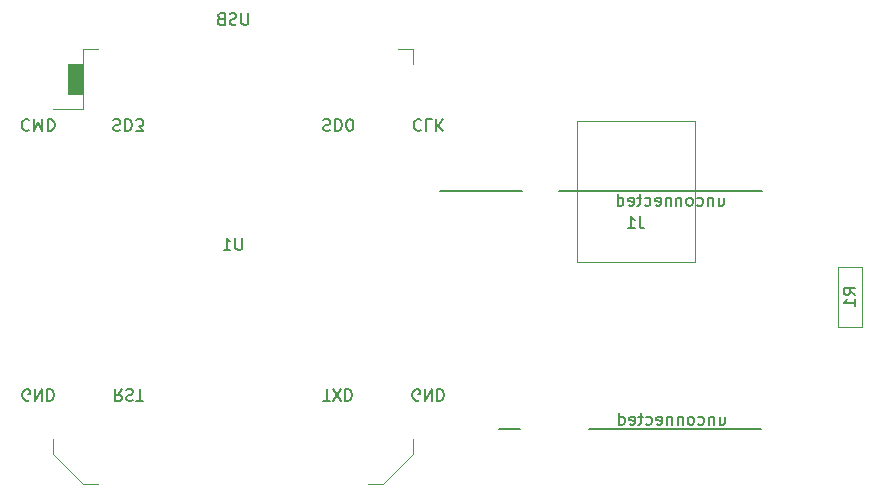
<source format=gbo>
%TF.GenerationSoftware,KiCad,Pcbnew,(6.0.0)*%
%TF.CreationDate,2022-12-18T15:17:50+01:00*%
%TF.ProjectId,Interconnect PCB,496e7465-7263-46f6-9e6e-656374205043,rev?*%
%TF.SameCoordinates,Original*%
%TF.FileFunction,Legend,Bot*%
%TF.FilePolarity,Positive*%
%FSLAX46Y46*%
G04 Gerber Fmt 4.6, Leading zero omitted, Abs format (unit mm)*
G04 Created by KiCad (PCBNEW (6.0.0)) date 2022-12-18 15:17:50*
%MOMM*%
%LPD*%
G01*
G04 APERTURE LIST*
%ADD10C,0.150000*%
%ADD11C,0.120000*%
%ADD12C,0.100000*%
G04 APERTURE END LIST*
D10*
X164541200Y-115000000D02*
X181762400Y-115000000D01*
X161442400Y-115000000D02*
X158038800Y-115000000D01*
X159537400Y-135128000D02*
X161315400Y-135128000D01*
X154533600Y-114960400D02*
X161442400Y-114960400D01*
X181711600Y-135128000D02*
X167132000Y-135128000D01*
X178088419Y-115558914D02*
X178088419Y-116225580D01*
X178516990Y-115558914D02*
X178516990Y-116082723D01*
X178469371Y-116177961D01*
X178374133Y-116225580D01*
X178231276Y-116225580D01*
X178136038Y-116177961D01*
X178088419Y-116130342D01*
X177612228Y-115558914D02*
X177612228Y-116225580D01*
X177612228Y-115654152D02*
X177564609Y-115606533D01*
X177469371Y-115558914D01*
X177326514Y-115558914D01*
X177231276Y-115606533D01*
X177183657Y-115701771D01*
X177183657Y-116225580D01*
X176278895Y-116177961D02*
X176374133Y-116225580D01*
X176564609Y-116225580D01*
X176659847Y-116177961D01*
X176707466Y-116130342D01*
X176755085Y-116035104D01*
X176755085Y-115749390D01*
X176707466Y-115654152D01*
X176659847Y-115606533D01*
X176564609Y-115558914D01*
X176374133Y-115558914D01*
X176278895Y-115606533D01*
X175707466Y-116225580D02*
X175802704Y-116177961D01*
X175850323Y-116130342D01*
X175897942Y-116035104D01*
X175897942Y-115749390D01*
X175850323Y-115654152D01*
X175802704Y-115606533D01*
X175707466Y-115558914D01*
X175564609Y-115558914D01*
X175469371Y-115606533D01*
X175421752Y-115654152D01*
X175374133Y-115749390D01*
X175374133Y-116035104D01*
X175421752Y-116130342D01*
X175469371Y-116177961D01*
X175564609Y-116225580D01*
X175707466Y-116225580D01*
X174945561Y-115558914D02*
X174945561Y-116225580D01*
X174945561Y-115654152D02*
X174897942Y-115606533D01*
X174802704Y-115558914D01*
X174659847Y-115558914D01*
X174564609Y-115606533D01*
X174516990Y-115701771D01*
X174516990Y-116225580D01*
X174040800Y-115558914D02*
X174040800Y-116225580D01*
X174040800Y-115654152D02*
X173993180Y-115606533D01*
X173897942Y-115558914D01*
X173755085Y-115558914D01*
X173659847Y-115606533D01*
X173612228Y-115701771D01*
X173612228Y-116225580D01*
X172755085Y-116177961D02*
X172850323Y-116225580D01*
X173040800Y-116225580D01*
X173136038Y-116177961D01*
X173183657Y-116082723D01*
X173183657Y-115701771D01*
X173136038Y-115606533D01*
X173040800Y-115558914D01*
X172850323Y-115558914D01*
X172755085Y-115606533D01*
X172707466Y-115701771D01*
X172707466Y-115797009D01*
X173183657Y-115892247D01*
X171850323Y-116177961D02*
X171945561Y-116225580D01*
X172136038Y-116225580D01*
X172231276Y-116177961D01*
X172278895Y-116130342D01*
X172326514Y-116035104D01*
X172326514Y-115749390D01*
X172278895Y-115654152D01*
X172231276Y-115606533D01*
X172136038Y-115558914D01*
X171945561Y-115558914D01*
X171850323Y-115606533D01*
X171564609Y-115558914D02*
X171183657Y-115558914D01*
X171421752Y-115225580D02*
X171421752Y-116082723D01*
X171374133Y-116177961D01*
X171278895Y-116225580D01*
X171183657Y-116225580D01*
X170469371Y-116177961D02*
X170564609Y-116225580D01*
X170755085Y-116225580D01*
X170850323Y-116177961D01*
X170897942Y-116082723D01*
X170897942Y-115701771D01*
X170850323Y-115606533D01*
X170755085Y-115558914D01*
X170564609Y-115558914D01*
X170469371Y-115606533D01*
X170421752Y-115701771D01*
X170421752Y-115797009D01*
X170897942Y-115892247D01*
X169564609Y-116225580D02*
X169564609Y-115225580D01*
X169564609Y-116177961D02*
X169659847Y-116225580D01*
X169850323Y-116225580D01*
X169945561Y-116177961D01*
X169993180Y-116130342D01*
X170040800Y-116035104D01*
X170040800Y-115749390D01*
X169993180Y-115654152D01*
X169945561Y-115606533D01*
X169850323Y-115558914D01*
X169659847Y-115558914D01*
X169564609Y-115606533D01*
X178190019Y-134100914D02*
X178190019Y-134767580D01*
X178618590Y-134100914D02*
X178618590Y-134624723D01*
X178570971Y-134719961D01*
X178475733Y-134767580D01*
X178332876Y-134767580D01*
X178237638Y-134719961D01*
X178190019Y-134672342D01*
X177713828Y-134100914D02*
X177713828Y-134767580D01*
X177713828Y-134196152D02*
X177666209Y-134148533D01*
X177570971Y-134100914D01*
X177428114Y-134100914D01*
X177332876Y-134148533D01*
X177285257Y-134243771D01*
X177285257Y-134767580D01*
X176380495Y-134719961D02*
X176475733Y-134767580D01*
X176666209Y-134767580D01*
X176761447Y-134719961D01*
X176809066Y-134672342D01*
X176856685Y-134577104D01*
X176856685Y-134291390D01*
X176809066Y-134196152D01*
X176761447Y-134148533D01*
X176666209Y-134100914D01*
X176475733Y-134100914D01*
X176380495Y-134148533D01*
X175809066Y-134767580D02*
X175904304Y-134719961D01*
X175951923Y-134672342D01*
X175999542Y-134577104D01*
X175999542Y-134291390D01*
X175951923Y-134196152D01*
X175904304Y-134148533D01*
X175809066Y-134100914D01*
X175666209Y-134100914D01*
X175570971Y-134148533D01*
X175523352Y-134196152D01*
X175475733Y-134291390D01*
X175475733Y-134577104D01*
X175523352Y-134672342D01*
X175570971Y-134719961D01*
X175666209Y-134767580D01*
X175809066Y-134767580D01*
X175047161Y-134100914D02*
X175047161Y-134767580D01*
X175047161Y-134196152D02*
X174999542Y-134148533D01*
X174904304Y-134100914D01*
X174761447Y-134100914D01*
X174666209Y-134148533D01*
X174618590Y-134243771D01*
X174618590Y-134767580D01*
X174142400Y-134100914D02*
X174142400Y-134767580D01*
X174142400Y-134196152D02*
X174094780Y-134148533D01*
X173999542Y-134100914D01*
X173856685Y-134100914D01*
X173761447Y-134148533D01*
X173713828Y-134243771D01*
X173713828Y-134767580D01*
X172856685Y-134719961D02*
X172951923Y-134767580D01*
X173142400Y-134767580D01*
X173237638Y-134719961D01*
X173285257Y-134624723D01*
X173285257Y-134243771D01*
X173237638Y-134148533D01*
X173142400Y-134100914D01*
X172951923Y-134100914D01*
X172856685Y-134148533D01*
X172809066Y-134243771D01*
X172809066Y-134339009D01*
X173285257Y-134434247D01*
X171951923Y-134719961D02*
X172047161Y-134767580D01*
X172237638Y-134767580D01*
X172332876Y-134719961D01*
X172380495Y-134672342D01*
X172428114Y-134577104D01*
X172428114Y-134291390D01*
X172380495Y-134196152D01*
X172332876Y-134148533D01*
X172237638Y-134100914D01*
X172047161Y-134100914D01*
X171951923Y-134148533D01*
X171666209Y-134100914D02*
X171285257Y-134100914D01*
X171523352Y-133767580D02*
X171523352Y-134624723D01*
X171475733Y-134719961D01*
X171380495Y-134767580D01*
X171285257Y-134767580D01*
X170570971Y-134719961D02*
X170666209Y-134767580D01*
X170856685Y-134767580D01*
X170951923Y-134719961D01*
X170999542Y-134624723D01*
X170999542Y-134243771D01*
X170951923Y-134148533D01*
X170856685Y-134100914D01*
X170666209Y-134100914D01*
X170570971Y-134148533D01*
X170523352Y-134243771D01*
X170523352Y-134339009D01*
X170999542Y-134434247D01*
X169666209Y-134767580D02*
X169666209Y-133767580D01*
X169666209Y-134719961D02*
X169761447Y-134767580D01*
X169951923Y-134767580D01*
X170047161Y-134719961D01*
X170094780Y-134672342D01*
X170142400Y-134577104D01*
X170142400Y-134291390D01*
X170094780Y-134196152D01*
X170047161Y-134148533D01*
X169951923Y-134100914D01*
X169761447Y-134100914D01*
X169666209Y-134148533D01*
%TO.C,R1*%
X189682380Y-123785333D02*
X189206190Y-123452000D01*
X189682380Y-123213904D02*
X188682380Y-123213904D01*
X188682380Y-123594857D01*
X188730000Y-123690095D01*
X188777619Y-123737714D01*
X188872857Y-123785333D01*
X189015714Y-123785333D01*
X189110952Y-123737714D01*
X189158571Y-123690095D01*
X189206190Y-123594857D01*
X189206190Y-123213904D01*
X189682380Y-124737714D02*
X189682380Y-124166285D01*
X189682380Y-124452000D02*
X188682380Y-124452000D01*
X188825238Y-124356761D01*
X188920476Y-124261523D01*
X188968095Y-124166285D01*
%TO.C,U1*%
X137761904Y-118962380D02*
X137761904Y-119771904D01*
X137714285Y-119867142D01*
X137666666Y-119914761D01*
X137571428Y-119962380D01*
X137380952Y-119962380D01*
X137285714Y-119914761D01*
X137238095Y-119867142D01*
X137190476Y-119771904D01*
X137190476Y-118962380D01*
X136190476Y-119962380D02*
X136761904Y-119962380D01*
X136476190Y-119962380D02*
X136476190Y-118962380D01*
X136571428Y-119105238D01*
X136666666Y-119200476D01*
X136761904Y-119248095D01*
X144628095Y-132757619D02*
X145199523Y-132757619D01*
X144913809Y-131757619D02*
X144913809Y-132757619D01*
X145437619Y-132757619D02*
X146104285Y-131757619D01*
X146104285Y-132757619D02*
X145437619Y-131757619D01*
X146485238Y-131757619D02*
X146485238Y-132757619D01*
X146723333Y-132757619D01*
X146866190Y-132710000D01*
X146961428Y-132614761D01*
X147009047Y-132519523D01*
X147056666Y-132329047D01*
X147056666Y-132186190D01*
X147009047Y-131995714D01*
X146961428Y-131900476D01*
X146866190Y-131805238D01*
X146723333Y-131757619D01*
X146485238Y-131757619D01*
X126848095Y-108945238D02*
X126990952Y-108897619D01*
X127229047Y-108897619D01*
X127324285Y-108945238D01*
X127371904Y-108992857D01*
X127419523Y-109088095D01*
X127419523Y-109183333D01*
X127371904Y-109278571D01*
X127324285Y-109326190D01*
X127229047Y-109373809D01*
X127038571Y-109421428D01*
X126943333Y-109469047D01*
X126895714Y-109516666D01*
X126848095Y-109611904D01*
X126848095Y-109707142D01*
X126895714Y-109802380D01*
X126943333Y-109850000D01*
X127038571Y-109897619D01*
X127276666Y-109897619D01*
X127419523Y-109850000D01*
X127848095Y-108897619D02*
X127848095Y-109897619D01*
X128086190Y-109897619D01*
X128229047Y-109850000D01*
X128324285Y-109754761D01*
X128371904Y-109659523D01*
X128419523Y-109469047D01*
X128419523Y-109326190D01*
X128371904Y-109135714D01*
X128324285Y-109040476D01*
X128229047Y-108945238D01*
X128086190Y-108897619D01*
X127848095Y-108897619D01*
X128752857Y-109897619D02*
X129371904Y-109897619D01*
X129038571Y-109516666D01*
X129181428Y-109516666D01*
X129276666Y-109469047D01*
X129324285Y-109421428D01*
X129371904Y-109326190D01*
X129371904Y-109088095D01*
X129324285Y-108992857D01*
X129276666Y-108945238D01*
X129181428Y-108897619D01*
X128895714Y-108897619D01*
X128800476Y-108945238D01*
X128752857Y-108992857D01*
X127562380Y-131757619D02*
X127229047Y-132233809D01*
X126990952Y-131757619D02*
X126990952Y-132757619D01*
X127371904Y-132757619D01*
X127467142Y-132710000D01*
X127514761Y-132662380D01*
X127562380Y-132567142D01*
X127562380Y-132424285D01*
X127514761Y-132329047D01*
X127467142Y-132281428D01*
X127371904Y-132233809D01*
X126990952Y-132233809D01*
X127943333Y-131805238D02*
X128086190Y-131757619D01*
X128324285Y-131757619D01*
X128419523Y-131805238D01*
X128467142Y-131852857D01*
X128514761Y-131948095D01*
X128514761Y-132043333D01*
X128467142Y-132138571D01*
X128419523Y-132186190D01*
X128324285Y-132233809D01*
X128133809Y-132281428D01*
X128038571Y-132329047D01*
X127990952Y-132376666D01*
X127943333Y-132471904D01*
X127943333Y-132567142D01*
X127990952Y-132662380D01*
X128038571Y-132710000D01*
X128133809Y-132757619D01*
X128371904Y-132757619D01*
X128514761Y-132710000D01*
X128800476Y-132757619D02*
X129371904Y-132757619D01*
X129086190Y-131757619D02*
X129086190Y-132757619D01*
X152748095Y-132710000D02*
X152652857Y-132757619D01*
X152510000Y-132757619D01*
X152367142Y-132710000D01*
X152271904Y-132614761D01*
X152224285Y-132519523D01*
X152176666Y-132329047D01*
X152176666Y-132186190D01*
X152224285Y-131995714D01*
X152271904Y-131900476D01*
X152367142Y-131805238D01*
X152510000Y-131757619D01*
X152605238Y-131757619D01*
X152748095Y-131805238D01*
X152795714Y-131852857D01*
X152795714Y-132186190D01*
X152605238Y-132186190D01*
X153224285Y-131757619D02*
X153224285Y-132757619D01*
X153795714Y-131757619D01*
X153795714Y-132757619D01*
X154271904Y-131757619D02*
X154271904Y-132757619D01*
X154510000Y-132757619D01*
X154652857Y-132710000D01*
X154748095Y-132614761D01*
X154795714Y-132519523D01*
X154843333Y-132329047D01*
X154843333Y-132186190D01*
X154795714Y-131995714D01*
X154748095Y-131900476D01*
X154652857Y-131805238D01*
X154510000Y-131757619D01*
X154271904Y-131757619D01*
X144628095Y-108945238D02*
X144770952Y-108897619D01*
X145009047Y-108897619D01*
X145104285Y-108945238D01*
X145151904Y-108992857D01*
X145199523Y-109088095D01*
X145199523Y-109183333D01*
X145151904Y-109278571D01*
X145104285Y-109326190D01*
X145009047Y-109373809D01*
X144818571Y-109421428D01*
X144723333Y-109469047D01*
X144675714Y-109516666D01*
X144628095Y-109611904D01*
X144628095Y-109707142D01*
X144675714Y-109802380D01*
X144723333Y-109850000D01*
X144818571Y-109897619D01*
X145056666Y-109897619D01*
X145199523Y-109850000D01*
X145628095Y-108897619D02*
X145628095Y-109897619D01*
X145866190Y-109897619D01*
X146009047Y-109850000D01*
X146104285Y-109754761D01*
X146151904Y-109659523D01*
X146199523Y-109469047D01*
X146199523Y-109326190D01*
X146151904Y-109135714D01*
X146104285Y-109040476D01*
X146009047Y-108945238D01*
X145866190Y-108897619D01*
X145628095Y-108897619D01*
X146818571Y-109897619D02*
X146913809Y-109897619D01*
X147009047Y-109850000D01*
X147056666Y-109802380D01*
X147104285Y-109707142D01*
X147151904Y-109516666D01*
X147151904Y-109278571D01*
X147104285Y-109088095D01*
X147056666Y-108992857D01*
X147009047Y-108945238D01*
X146913809Y-108897619D01*
X146818571Y-108897619D01*
X146723333Y-108945238D01*
X146675714Y-108992857D01*
X146628095Y-109088095D01*
X146580476Y-109278571D01*
X146580476Y-109516666D01*
X146628095Y-109707142D01*
X146675714Y-109802380D01*
X146723333Y-109850000D01*
X146818571Y-109897619D01*
X119728095Y-108992857D02*
X119680476Y-108945238D01*
X119537619Y-108897619D01*
X119442380Y-108897619D01*
X119299523Y-108945238D01*
X119204285Y-109040476D01*
X119156666Y-109135714D01*
X119109047Y-109326190D01*
X119109047Y-109469047D01*
X119156666Y-109659523D01*
X119204285Y-109754761D01*
X119299523Y-109850000D01*
X119442380Y-109897619D01*
X119537619Y-109897619D01*
X119680476Y-109850000D01*
X119728095Y-109802380D01*
X120156666Y-108897619D02*
X120156666Y-109897619D01*
X120490000Y-109183333D01*
X120823333Y-109897619D01*
X120823333Y-108897619D01*
X121299523Y-108897619D02*
X121299523Y-109897619D01*
X121537619Y-109897619D01*
X121680476Y-109850000D01*
X121775714Y-109754761D01*
X121823333Y-109659523D01*
X121870952Y-109469047D01*
X121870952Y-109326190D01*
X121823333Y-109135714D01*
X121775714Y-109040476D01*
X121680476Y-108945238D01*
X121537619Y-108897619D01*
X121299523Y-108897619D01*
X119728095Y-132710000D02*
X119632857Y-132757619D01*
X119490000Y-132757619D01*
X119347142Y-132710000D01*
X119251904Y-132614761D01*
X119204285Y-132519523D01*
X119156666Y-132329047D01*
X119156666Y-132186190D01*
X119204285Y-131995714D01*
X119251904Y-131900476D01*
X119347142Y-131805238D01*
X119490000Y-131757619D01*
X119585238Y-131757619D01*
X119728095Y-131805238D01*
X119775714Y-131852857D01*
X119775714Y-132186190D01*
X119585238Y-132186190D01*
X120204285Y-131757619D02*
X120204285Y-132757619D01*
X120775714Y-131757619D01*
X120775714Y-132757619D01*
X121251904Y-131757619D02*
X121251904Y-132757619D01*
X121490000Y-132757619D01*
X121632857Y-132710000D01*
X121728095Y-132614761D01*
X121775714Y-132519523D01*
X121823333Y-132329047D01*
X121823333Y-132186190D01*
X121775714Y-131995714D01*
X121728095Y-131900476D01*
X121632857Y-131805238D01*
X121490000Y-131757619D01*
X121251904Y-131757619D01*
X152914761Y-108992857D02*
X152867142Y-108945238D01*
X152724285Y-108897619D01*
X152629047Y-108897619D01*
X152486190Y-108945238D01*
X152390952Y-109040476D01*
X152343333Y-109135714D01*
X152295714Y-109326190D01*
X152295714Y-109469047D01*
X152343333Y-109659523D01*
X152390952Y-109754761D01*
X152486190Y-109850000D01*
X152629047Y-109897619D01*
X152724285Y-109897619D01*
X152867142Y-109850000D01*
X152914761Y-109802380D01*
X153819523Y-108897619D02*
X153343333Y-108897619D01*
X153343333Y-109897619D01*
X154152857Y-108897619D02*
X154152857Y-109897619D01*
X154724285Y-108897619D02*
X154295714Y-109469047D01*
X154724285Y-109897619D02*
X154152857Y-109326190D01*
X138261904Y-99912380D02*
X138261904Y-100721904D01*
X138214285Y-100817142D01*
X138166666Y-100864761D01*
X138071428Y-100912380D01*
X137880952Y-100912380D01*
X137785714Y-100864761D01*
X137738095Y-100817142D01*
X137690476Y-100721904D01*
X137690476Y-99912380D01*
X137261904Y-100864761D02*
X137119047Y-100912380D01*
X136880952Y-100912380D01*
X136785714Y-100864761D01*
X136738095Y-100817142D01*
X136690476Y-100721904D01*
X136690476Y-100626666D01*
X136738095Y-100531428D01*
X136785714Y-100483809D01*
X136880952Y-100436190D01*
X137071428Y-100388571D01*
X137166666Y-100340952D01*
X137214285Y-100293333D01*
X137261904Y-100198095D01*
X137261904Y-100102857D01*
X137214285Y-100007619D01*
X137166666Y-99960000D01*
X137071428Y-99912380D01*
X136833333Y-99912380D01*
X136690476Y-99960000D01*
X135928571Y-100388571D02*
X135785714Y-100436190D01*
X135738095Y-100483809D01*
X135690476Y-100579047D01*
X135690476Y-100721904D01*
X135738095Y-100817142D01*
X135785714Y-100864761D01*
X135880952Y-100912380D01*
X136261904Y-100912380D01*
X136261904Y-99912380D01*
X135928571Y-99912380D01*
X135833333Y-99960000D01*
X135785714Y-100007619D01*
X135738095Y-100102857D01*
X135738095Y-100198095D01*
X135785714Y-100293333D01*
X135833333Y-100340952D01*
X135928571Y-100388571D01*
X136261904Y-100388571D01*
%TO.C,J1*%
X171403533Y-117141780D02*
X171403533Y-117856066D01*
X171451152Y-117998923D01*
X171546390Y-118094161D01*
X171689247Y-118141780D01*
X171784485Y-118141780D01*
X170403533Y-118141780D02*
X170974961Y-118141780D01*
X170689247Y-118141780D02*
X170689247Y-117141780D01*
X170784485Y-117284638D01*
X170879723Y-117379876D01*
X170974961Y-117427495D01*
D11*
%TO.C,R1*%
X188230000Y-121412000D02*
X190230000Y-121412000D01*
X190230000Y-121412000D02*
X190230000Y-126492000D01*
X190230000Y-126492000D02*
X188230000Y-126492000D01*
X188230000Y-126492000D02*
X188230000Y-121412000D01*
%TO.C,U1*%
X148430000Y-139830000D02*
X149700000Y-139830000D01*
X124300000Y-139830000D02*
X125570000Y-139830000D01*
X124300000Y-108080000D02*
X124300000Y-103000000D01*
X149700000Y-139830000D02*
X152240000Y-137290000D01*
X124300000Y-139830000D02*
X121760000Y-137290000D01*
X121760000Y-136020000D02*
X121760000Y-137290000D01*
X152240000Y-103000000D02*
X150970000Y-103000000D01*
X121760000Y-108080000D02*
X124300000Y-108080000D01*
X152240000Y-136020000D02*
X152240000Y-137290000D01*
X125570000Y-103000000D02*
X124300000Y-103000000D01*
X152240000Y-104270000D02*
X152240000Y-103000000D01*
D12*
X123030000Y-104270000D02*
X123030000Y-106810000D01*
X123030000Y-106810000D02*
X124300000Y-106810000D01*
X124300000Y-106810000D02*
X124300000Y-104270000D01*
X124300000Y-104270000D02*
X123030000Y-104270000D01*
G36*
X124300000Y-106810000D02*
G01*
X123030000Y-106810000D01*
X123030000Y-104270000D01*
X124300000Y-104270000D01*
X124300000Y-106810000D01*
G37*
X124300000Y-106810000D02*
X123030000Y-106810000D01*
X123030000Y-104270000D01*
X124300000Y-104270000D01*
X124300000Y-106810000D01*
D11*
%TO.C,J1*%
X176087800Y-109017800D02*
X166087800Y-109017800D01*
X166087800Y-109017800D02*
X166087800Y-121017800D01*
X166087800Y-121017800D02*
X176087800Y-121017800D01*
X176087800Y-121017800D02*
X176087800Y-109017800D01*
%TD*%
M02*

</source>
